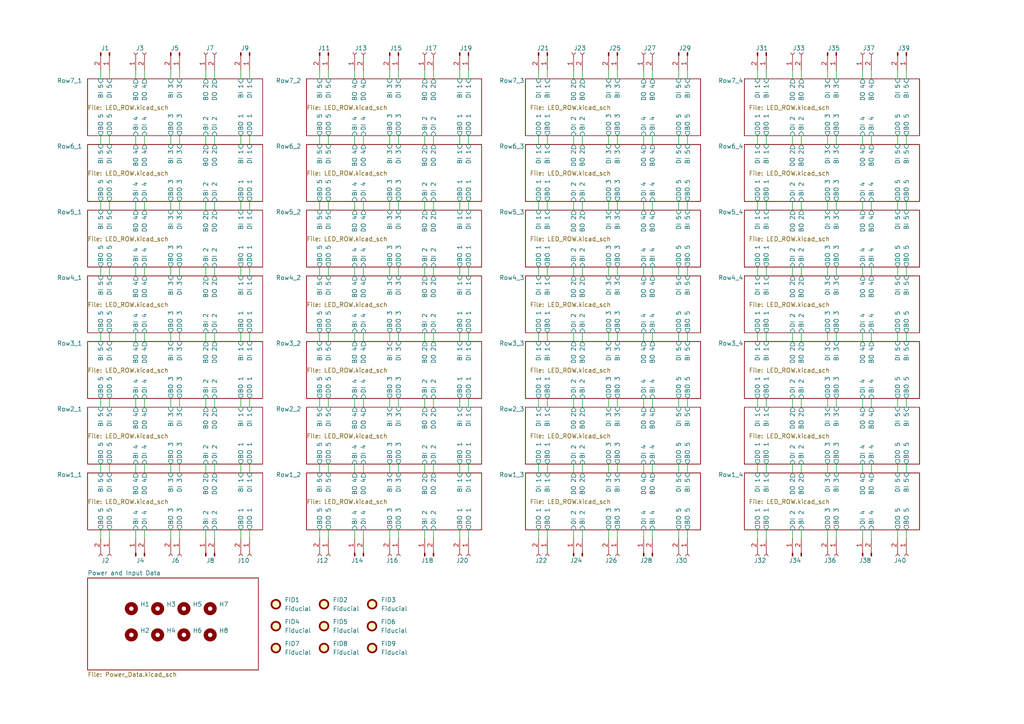
<source format=kicad_sch>
(kicad_sch (version 20230121) (generator eeschema)
  (paper "A4")
  (wire (pts (xy 240.03 153.67) (xy 240.03 156.21)))
  (wire (pts (xy 186.69 58.42) (xy 186.69 60.96)))
  (wire (pts (xy 49.53 77.47) (xy 49.53 80.01)))
  (wire (pts (xy 168.91 153.67) (xy 168.91 156.21)))
  (wire (pts (xy 229.87 153.67) (xy 229.87 156.21)))
  (wire (pts (xy 158.75 134.62) (xy 158.75 137.16)))
  (wire (pts (xy 29.21 77.47) (xy 29.21 80.01)))
  (wire (pts (xy 69.85 58.42) (xy 69.85 60.96)))
  (wire (pts (xy 72.39 96.52) (xy 72.39 99.06)))
  (wire (pts (xy 240.03 58.42) (xy 240.03 60.96)))
  (wire (pts (xy 156.21 77.47) (xy 156.21 80.01)))
  (wire (pts (xy 196.85 115.57) (xy 196.85 118.11)))
  (wire (pts (xy 252.73 153.67) (xy 252.73 156.21)))
  (wire (pts (xy 166.37 39.37) (xy 166.37 41.91)))
  (wire (pts (xy 199.39 153.67) (xy 199.39 156.21)))
  (wire (pts (xy 105.41 134.62) (xy 105.41 137.16)))
  (wire (pts (xy 158.75 96.52) (xy 158.75 99.06)))
  (wire (pts (xy 176.53 20.32) (xy 176.53 22.86)))
  (wire (pts (xy 123.19 39.37) (xy 123.19 41.91)))
  (wire (pts (xy 125.73 96.52) (xy 125.73 99.06)))
  (wire (pts (xy 133.35 58.42) (xy 133.35 60.96)))
  (wire (pts (xy 260.35 134.62) (xy 260.35 137.16)))
  (wire (pts (xy 102.87 58.42) (xy 102.87 60.96)))
  (wire (pts (xy 232.41 115.57) (xy 232.41 118.11)))
  (wire (pts (xy 125.73 153.67) (xy 125.73 156.21)))
  (wire (pts (xy 156.21 96.52) (xy 156.21 99.06)))
  (wire (pts (xy 29.21 115.57) (xy 29.21 118.11)))
  (wire (pts (xy 189.23 153.67) (xy 189.23 156.21)))
  (wire (pts (xy 59.69 153.67) (xy 59.69 156.21)))
  (wire (pts (xy 62.23 96.52) (xy 62.23 99.06)))
  (wire (pts (xy 156.21 115.57) (xy 156.21 118.11)))
  (wire (pts (xy 39.37 39.37) (xy 39.37 41.91)))
  (wire (pts (xy 52.07 77.47) (xy 52.07 80.01)))
  (wire (pts (xy 41.91 96.52) (xy 41.91 99.06)))
  (wire (pts (xy 232.41 58.42) (xy 232.41 60.96)))
  (wire (pts (xy 41.91 39.37) (xy 41.91 41.91)))
  (wire (pts (xy 242.57 77.47) (xy 242.57 80.01)))
  (wire (pts (xy 186.69 20.32) (xy 186.69 22.86)))
  (wire (pts (xy 242.57 134.62) (xy 242.57 137.16)))
  (wire (pts (xy 229.87 96.52) (xy 229.87 99.06)))
  (wire (pts (xy 186.69 115.57) (xy 186.69 118.11)))
  (wire (pts (xy 115.57 115.57) (xy 115.57 118.11)))
  (wire (pts (xy 219.71 39.37) (xy 219.71 41.91)))
  (wire (pts (xy 196.85 96.52) (xy 196.85 99.06)))
  (wire (pts (xy 229.87 39.37) (xy 229.87 41.91)))
  (wire (pts (xy 105.41 39.37) (xy 105.41 41.91)))
  (wire (pts (xy 232.41 39.37) (xy 232.41 41.91)))
  (wire (pts (xy 262.89 115.57) (xy 262.89 118.11)))
  (wire (pts (xy 59.69 115.57) (xy 59.69 118.11)))
  (wire (pts (xy 189.23 77.47) (xy 189.23 80.01)))
  (wire (pts (xy 240.03 115.57) (xy 240.03 118.11)))
  (wire (pts (xy 176.53 39.37) (xy 176.53 41.91)))
  (wire (pts (xy 189.23 20.32) (xy 189.23 22.86)))
  (wire (pts (xy 219.71 115.57) (xy 219.71 118.11)))
  (wire (pts (xy 59.69 134.62) (xy 59.69 137.16)))
  (wire (pts (xy 95.25 153.67) (xy 95.25 156.21)))
  (wire (pts (xy 219.71 58.42) (xy 219.71 60.96)))
  (wire (pts (xy 196.85 153.67) (xy 196.85 156.21)))
  (wire (pts (xy 166.37 115.57) (xy 166.37 118.11)))
  (wire (pts (xy 62.23 58.42) (xy 62.23 60.96)))
  (wire (pts (xy 252.73 20.32) (xy 252.73 22.86)))
  (wire (pts (xy 250.19 96.52) (xy 250.19 99.06)))
  (wire (pts (xy 158.75 77.47) (xy 158.75 80.01)))
  (wire (pts (xy 176.53 134.62) (xy 176.53 137.16)))
  (wire (pts (xy 123.19 134.62) (xy 123.19 137.16)))
  (wire (pts (xy 39.37 20.32) (xy 39.37 22.86)))
  (wire (pts (xy 92.71 115.57) (xy 92.71 118.11)))
  (wire (pts (xy 196.85 77.47) (xy 196.85 80.01)))
  (wire (pts (xy 115.57 134.62) (xy 115.57 137.16)))
  (wire (pts (xy 49.53 153.67) (xy 49.53 156.21)))
  (wire (pts (xy 199.39 58.42) (xy 199.39 60.96)))
  (wire (pts (xy 133.35 39.37) (xy 133.35 41.91)))
  (wire (pts (xy 92.71 153.67) (xy 92.71 156.21)))
  (wire (pts (xy 240.03 20.32) (xy 240.03 22.86)))
  (wire (pts (xy 232.41 153.67) (xy 232.41 156.21)))
  (wire (pts (xy 242.57 96.52) (xy 242.57 99.06)))
  (wire (pts (xy 252.73 39.37) (xy 252.73 41.91)))
  (wire (pts (xy 102.87 134.62) (xy 102.87 137.16)))
  (wire (pts (xy 39.37 77.47) (xy 39.37 80.01)))
  (wire (pts (xy 189.23 58.42) (xy 189.23 60.96)))
  (wire (pts (xy 156.21 153.67) (xy 156.21 156.21)))
  (wire (pts (xy 95.25 134.62) (xy 95.25 137.16)))
  (wire (pts (xy 62.23 153.67) (xy 62.23 156.21)))
  (wire (pts (xy 115.57 96.52) (xy 115.57 99.06)))
  (wire (pts (xy 69.85 153.67) (xy 69.85 156.21)))
  (wire (pts (xy 260.35 39.37) (xy 260.35 41.91)))
  (wire (pts (xy 158.75 39.37) (xy 158.75 41.91)))
  (wire (pts (xy 72.39 134.62) (xy 72.39 137.16)))
  (wire (pts (xy 252.73 77.47) (xy 252.73 80.01)))
  (wire (pts (xy 31.75 39.37) (xy 31.75 41.91)))
  (wire (pts (xy 39.37 115.57) (xy 39.37 118.11)))
  (wire (pts (xy 105.41 153.67) (xy 105.41 156.21)))
  (wire (pts (xy 29.21 39.37) (xy 29.21 41.91)))
  (wire (pts (xy 135.89 115.57) (xy 135.89 118.11)))
  (wire (pts (xy 229.87 134.62) (xy 229.87 137.16)))
  (wire (pts (xy 135.89 20.32) (xy 135.89 22.86)))
  (wire (pts (xy 115.57 153.67) (xy 115.57 156.21)))
  (wire (pts (xy 115.57 39.37) (xy 115.57 41.91)))
  (wire (pts (xy 219.71 153.67) (xy 219.71 156.21)))
  (wire (pts (xy 29.21 134.62) (xy 29.21 137.16)))
  (wire (pts (xy 166.37 77.47) (xy 166.37 80.01)))
  (wire (pts (xy 158.75 153.67) (xy 158.75 156.21)))
  (wire (pts (xy 189.23 96.52) (xy 189.23 99.06)))
  (wire (pts (xy 229.87 20.32) (xy 229.87 22.86)))
  (wire (pts (xy 72.39 58.42) (xy 72.39 60.96)))
  (wire (pts (xy 133.35 96.52) (xy 133.35 99.06)))
  (wire (pts (xy 123.19 96.52) (xy 123.19 99.06)))
  (wire (pts (xy 102.87 96.52) (xy 102.87 99.06)))
  (wire (pts (xy 229.87 77.47) (xy 229.87 80.01)))
  (wire (pts (xy 262.89 58.42) (xy 262.89 60.96)))
  (wire (pts (xy 41.91 115.57) (xy 41.91 118.11)))
  (wire (pts (xy 113.03 96.52) (xy 113.03 99.06)))
  (wire (pts (xy 222.25 39.37) (xy 222.25 41.91)))
  (wire (pts (xy 135.89 96.52) (xy 135.89 99.06)))
  (wire (pts (xy 168.91 134.62) (xy 168.91 137.16)))
  (wire (pts (xy 219.71 20.32) (xy 219.71 22.86)))
  (wire (pts (xy 69.85 39.37) (xy 69.85 41.91)))
  (wire (pts (xy 113.03 20.32) (xy 113.03 22.86)))
  (wire (pts (xy 232.41 20.32) (xy 232.41 22.86)))
  (wire (pts (xy 222.25 20.32) (xy 222.25 22.86)))
  (wire (pts (xy 158.75 58.42) (xy 158.75 60.96)))
  (wire (pts (xy 69.85 96.52) (xy 69.85 99.06)))
  (wire (pts (xy 29.21 153.67) (xy 29.21 156.21)))
  (wire (pts (xy 113.03 58.42) (xy 113.03 60.96)))
  (wire (pts (xy 31.75 58.42) (xy 31.75 60.96)))
  (wire (pts (xy 52.07 96.52) (xy 52.07 99.06)))
  (wire (pts (xy 262.89 77.47) (xy 262.89 80.01)))
  (wire (pts (xy 240.03 134.62) (xy 240.03 137.16)))
  (wire (pts (xy 168.91 39.37) (xy 168.91 41.91)))
  (wire (pts (xy 69.85 20.32) (xy 69.85 22.86)))
  (wire (pts (xy 229.87 115.57) (xy 229.87 118.11)))
  (wire (pts (xy 52.07 134.62) (xy 52.07 137.16)))
  (wire (pts (xy 125.73 58.42) (xy 125.73 60.96)))
  (wire (pts (xy 196.85 134.62) (xy 196.85 137.16)))
  (wire (pts (xy 252.73 58.42) (xy 252.73 60.96)))
  (wire (pts (xy 115.57 20.32) (xy 115.57 22.86)))
  (wire (pts (xy 199.39 39.37) (xy 199.39 41.91)))
  (wire (pts (xy 59.69 39.37) (xy 59.69 41.91)))
  (wire (pts (xy 189.23 39.37) (xy 189.23 41.91)))
  (wire (pts (xy 133.35 153.67) (xy 133.35 156.21)))
  (wire (pts (xy 59.69 96.52) (xy 59.69 99.06)))
  (wire (pts (xy 222.25 134.62) (xy 222.25 137.16)))
  (wire (pts (xy 125.73 115.57) (xy 125.73 118.11)))
  (wire (pts (xy 41.91 20.32) (xy 41.91 22.86)))
  (wire (pts (xy 189.23 115.57) (xy 189.23 118.11)))
  (wire (pts (xy 168.91 20.32) (xy 168.91 22.86)))
  (wire (pts (xy 260.35 96.52) (xy 260.35 99.06)))
  (wire (pts (xy 125.73 20.32) (xy 125.73 22.86)))
  (wire (pts (xy 260.35 20.32) (xy 260.35 22.86)))
  (wire (pts (xy 41.91 134.62) (xy 41.91 137.16)))
  (wire (pts (xy 176.53 115.57) (xy 176.53 118.11)))
  (wire (pts (xy 262.89 134.62) (xy 262.89 137.16)))
  (wire (pts (xy 166.37 96.52) (xy 166.37 99.06)))
  (wire (pts (xy 52.07 58.42) (xy 52.07 60.96)))
  (wire (pts (xy 59.69 58.42) (xy 59.69 60.96)))
  (wire (pts (xy 179.07 153.67) (xy 179.07 156.21)))
  (wire (pts (xy 59.69 77.47) (xy 59.69 80.01)))
  (wire (pts (xy 222.25 115.57) (xy 222.25 118.11)))
  (wire (pts (xy 219.71 77.47) (xy 219.71 80.01)))
  (wire (pts (xy 92.71 134.62) (xy 92.71 137.16)))
  (wire (pts (xy 186.69 153.67) (xy 186.69 156.21)))
  (wire (pts (xy 179.07 134.62) (xy 179.07 137.16)))
  (wire (pts (xy 49.53 96.52) (xy 49.53 99.06)))
  (wire (pts (xy 252.73 134.62) (xy 252.73 137.16)))
  (wire (pts (xy 123.19 153.67) (xy 123.19 156.21)))
  (wire (pts (xy 31.75 77.47) (xy 31.75 80.01)))
  (wire (pts (xy 49.53 134.62) (xy 49.53 137.16)))
  (wire (pts (xy 232.41 96.52) (xy 232.41 99.06)))
  (wire (pts (xy 250.19 58.42) (xy 250.19 60.96)))
  (wire (pts (xy 62.23 39.37) (xy 62.23 41.91)))
  (wire (pts (xy 240.03 96.52) (xy 240.03 99.06)))
  (wire (pts (xy 156.21 20.32) (xy 156.21 22.86)))
  (wire (pts (xy 252.73 96.52) (xy 252.73 99.06)))
  (wire (pts (xy 222.25 77.47) (xy 222.25 80.01)))
  (wire (pts (xy 52.07 20.32) (xy 52.07 22.86)))
  (wire (pts (xy 219.71 96.52) (xy 219.71 99.06)))
  (wire (pts (xy 156.21 58.42) (xy 156.21 60.96)))
  (wire (pts (xy 186.69 39.37) (xy 186.69 41.91)))
  (wire (pts (xy 69.85 134.62) (xy 69.85 137.16)))
  (wire (pts (xy 92.71 77.47) (xy 92.71 80.01)))
  (wire (pts (xy 222.25 58.42) (xy 222.25 60.96)))
  (wire (pts (xy 62.23 20.32) (xy 62.23 22.86)))
  (wire (pts (xy 95.25 96.52) (xy 95.25 99.06)))
  (wire (pts (xy 125.73 134.62) (xy 125.73 137.16)))
  (wire (pts (xy 113.03 115.57) (xy 113.03 118.11)))
  (wire (pts (xy 229.87 58.42) (xy 229.87 60.96)))
  (wire (pts (xy 102.87 115.57) (xy 102.87 118.11)))
  (wire (pts (xy 52.07 39.37) (xy 52.07 41.91)))
  (wire (pts (xy 166.37 20.32) (xy 166.37 22.86)))
  (wire (pts (xy 123.19 58.42) (xy 123.19 60.96)))
  (wire (pts (xy 123.19 115.57) (xy 123.19 118.11)))
  (wire (pts (xy 49.53 39.37) (xy 49.53 41.91)))
  (wire (pts (xy 102.87 39.37) (xy 102.87 41.91)))
  (wire (pts (xy 133.35 20.32) (xy 133.35 22.86)))
  (wire (pts (xy 232.41 77.47) (xy 232.41 80.01)))
  (wire (pts (xy 113.03 77.47) (xy 113.03 80.01)))
  (wire (pts (xy 135.89 39.37) (xy 135.89 41.91)))
  (wire (pts (xy 135.89 153.67) (xy 135.89 156.21)))
  (wire (pts (xy 133.35 115.57) (xy 133.35 118.11)))
  (wire (pts (xy 262.89 20.32) (xy 262.89 22.86)))
  (wire (pts (xy 158.75 20.32) (xy 158.75 22.86)))
  (wire (pts (xy 262.89 96.52) (xy 262.89 99.06)))
  (wire (pts (xy 262.89 153.67) (xy 262.89 156.21)))
  (wire (pts (xy 31.75 153.67) (xy 31.75 156.21)))
  (wire (pts (xy 92.71 20.32) (xy 92.71 22.86)))
  (wire (pts (xy 69.85 115.57) (xy 69.85 118.11)))
  (wire (pts (xy 49.53 115.57) (xy 49.53 118.11)))
  (wire (pts (xy 186.69 77.47) (xy 186.69 80.01)))
  (wire (pts (xy 222.25 153.67) (xy 222.25 156.21)))
  (wire (pts (xy 125.73 39.37) (xy 125.73 41.91)))
  (wire (pts (xy 105.41 20.32) (xy 105.41 22.86)))
  (wire (pts (xy 250.19 20.32) (xy 250.19 22.86)))
  (wire (pts (xy 168.91 96.52) (xy 168.91 99.06)))
  (wire (pts (xy 49.53 20.32) (xy 49.53 22.86)))
  (wire (pts (xy 199.39 77.47) (xy 199.39 80.01)))
  (wire (pts (xy 41.91 153.67) (xy 41.91 156.21)))
  (wire (pts (xy 133.35 77.47) (xy 133.35 80.01)))
  (wire (pts (xy 59.69 20.32) (xy 59.69 22.86)))
  (wire (pts (xy 29.21 58.42) (xy 29.21 60.96)))
  (wire (pts (xy 179.07 20.32) (xy 179.07 22.86)))
  (wire (pts (xy 113.03 134.62) (xy 113.03 137.16)))
  (wire (pts (xy 186.69 96.52) (xy 186.69 99.06)))
  (wire (pts (xy 166.37 134.62) (xy 166.37 137.16)))
  (wire (pts (xy 156.21 39.37) (xy 156.21 41.91)))
  (wire (pts (xy 199.39 134.62) (xy 199.39 137.16)))
  (wire (pts (xy 95.25 77.47) (xy 95.25 80.01)))
  (wire (pts (xy 102.87 77.47) (xy 102.87 80.01)))
  (wire (pts (xy 168.91 58.42) (xy 168.91 60.96)))
  (wire (pts (xy 69.85 77.47) (xy 69.85 80.01)))
  (wire (pts (xy 242.57 39.37) (xy 242.57 41.91)))
  (wire (pts (xy 105.41 96.52) (xy 105.41 99.06)))
  (wire (pts (xy 115.57 77.47) (xy 115.57 80.01)))
  (wire (pts (xy 158.75 115.57) (xy 158.75 118.11)))
  (wire (pts (xy 39.37 58.42) (xy 39.37 60.96)))
  (wire (pts (xy 179.07 58.42) (xy 179.07 60.96)))
  (wire (pts (xy 242.57 58.42) (xy 242.57 60.96)))
  (wire (pts (xy 252.73 115.57) (xy 252.73 118.11)))
  (wire (pts (xy 102.87 20.32) (xy 102.87 22.86)))
  (wire (pts (xy 125.73 77.47) (xy 125.73 80.01)))
  (wire (pts (xy 250.19 115.57) (xy 250.19 118.11)))
  (wire (pts (xy 242.57 153.67) (xy 242.57 156.21)))
  (wire (pts (xy 199.39 96.52) (xy 199.39 99.06)))
  (wire (pts (xy 31.75 20.32) (xy 31.75 22.86)))
  (wire (pts (xy 135.89 134.62) (xy 135.89 137.16)))
  (wire (pts (xy 199.39 115.57) (xy 199.39 118.11)))
  (wire (pts (xy 72.39 20.32) (xy 72.39 22.86)))
  (wire (pts (xy 105.41 77.47) (xy 105.41 80.01)))
  (wire (pts (xy 166.37 153.67) (xy 166.37 156.21)))
  (wire (pts (xy 39.37 153.67) (xy 39.37 156.21)))
  (wire (pts (xy 242.57 20.32) (xy 242.57 22.86)))
  (wire (pts (xy 250.19 134.62) (xy 250.19 137.16)))
  (wire (pts (xy 250.19 153.67) (xy 250.19 156.21)))
  (wire (pts (xy 219.71 134.62) (xy 219.71 137.16)))
  (wire (pts (xy 166.37 58.42) (xy 166.37 60.96)))
  (wire (pts (xy 240.03 77.47) (xy 240.03 80.01)))
  (wire (pts (xy 196.85 20.32) (xy 196.85 22.86)))
  (wire (pts (xy 72.39 39.37) (xy 72.39 41.91)))
  (wire (pts (xy 260.35 153.67) (xy 260.35 156.21)))
  (wire (pts (xy 62.23 115.57) (xy 62.23 118.11)))
  (wire (pts (xy 262.89 39.37) (xy 262.89 41.91)))
  (wire (pts (xy 176.53 96.52) (xy 176.53 99.06)))
  (wire (pts (xy 222.25 96.52) (xy 222.25 99.06)))
  (wire (pts (xy 29.21 20.32) (xy 29.21 22.86)))
  (wire (pts (xy 72.39 115.57) (xy 72.39 118.11)))
  (wire (pts (xy 62.23 77.47) (xy 62.23 80.01)))
  (wire (pts (xy 135.89 58.42) (xy 135.89 60.96)))
  (wire (pts (xy 92.71 39.37) (xy 92.71 41.91)))
  (wire (pts (xy 176.53 77.47) (xy 176.53 80.01)))
  (wire (pts (xy 31.75 134.62) (xy 31.75 137.16)))
  (wire (pts (xy 179.07 39.37) (xy 179.07 41.91)))
  (wire (pts (xy 156.21 134.62) (xy 156.21 137.16)))
  (wire (pts (xy 95.25 58.42) (xy 95.25 60.96)))
  (wire (pts (xy 29.21 96.52) (xy 29.21 99.06)))
  (wire (pts (xy 260.35 77.47) (xy 260.35 80.01)))
  (wire (pts (xy 113.03 39.37) (xy 113.03 41.91)))
  (wire (pts (xy 49.53 58.42) (xy 49.53 60.96)))
  (wire (pts (xy 52.07 153.67) (xy 52.07 156.21)))
  (wire (pts (xy 41.91 58.42) (xy 41.91 60.96)))
  (wire (pts (xy 39.37 96.52) (xy 39.37 99.06)))
  (wire (pts (xy 196.85 39.37) (xy 196.85 41.91)))
  (wire (pts (xy 176.53 58.42) (xy 176.53 60.96)))
  (wire (pts (xy 260.35 58.42) (xy 260.35 60.96)))
  (wire (pts (xy 105.41 58.42) (xy 105.41 60.96)))
  (wire (pts (xy 250.19 77.47) (xy 250.19 80.01)))
  (wire (pts (xy 179.07 77.47) (xy 179.07 80.01)))
  (wire (pts (xy 105.41 115.57) (xy 105.41 118.11)))
  (wire (pts (xy 52.07 115.57) (xy 52.07 118.11)))
  (wire (pts (xy 232.41 134.62) (xy 232.41 137.16)))
  (wire (pts (xy 168.91 77.47) (xy 168.91 80.01)))
  (wire (pts (xy 72.39 153.67) (xy 72.39 156.21)))
  (wire (pts (xy 102.87 153.67) (xy 102.87 156.21)))
  (wire (pts (xy 135.89 77.47) (xy 135.89 80.01)))
  (wire (pts (xy 196.85 58.42) (xy 196.85 60.96)))
  (wire (pts (xy 113.03 153.67) (xy 113.03 156.21)))
  (wire (pts (xy 240.03 39.37) (xy 240.03 41.91)))
  (wire (pts (xy 92.71 58.42) (xy 92.71 60.96)))
  (wire (pts (xy 168.91 115.57) (xy 168.91 118.11)))
  (wire (pts (xy 41.91 77.47) (xy 41.91 80.01)))
  (wire (pts (xy 260.35 115.57) (xy 260.35 118.11)))
  (wire (pts (xy 31.75 96.52) (xy 31.75 99.06)))
  (wire (pts (xy 199.39 20.32) (xy 199.39 22.86)))
  (wire (pts (xy 123.19 20.32) (xy 123.19 22.86)))
  (wire (pts (xy 186.69 134.62) (xy 186.69 137.16)))
  (wire (pts (xy 72.39 77.47) (xy 72.39 80.01)))
  (wire (pts (xy 250.19 39.37) (xy 250.19 41.91)))
  (wire (pts (xy 133.35 134.62) (xy 133.35 137.16)))
  (wire (pts (xy 95.25 115.57) (xy 95.25 118.11)))
  (wire (pts (xy 115.57 58.42) (xy 115.57 60.96)))
  (wire (pts (xy 179.07 115.57) (xy 179.07 118.11)))
  (wire (pts (xy 179.07 96.52) (xy 179.07 99.06)))
  (wire (pts (xy 39.37 134.62) (xy 39.37 137.16)))
  (wire (pts (xy 123.19 77.47) (xy 123.19 80.01)))
  (wire (pts (xy 189.23 134.62) (xy 189.23 137.16)))
  (wire (pts (xy 95.25 20.32) (xy 95.25 22.86)))
  (wire (pts (xy 242.57 115.57) (xy 242.57 118.11)))
  (wire (pts (xy 92.71 96.52) (xy 92.71 99.06)))
  (wire (pts (xy 95.25 39.37) (xy 95.25 41.91)))
  (wire (pts (xy 176.53 153.67) (xy 176.53 156.21)))
  (wire (pts (xy 62.23 134.62) (xy 62.23 137.16)))
  (wire (pts (xy 31.75 115.57) (xy 31.75 118.11)))
  (symbol (lib_id "Connector:Conn_01x02_Socket") (at 135.89 161.29 270) (unit 1)
    (property "Reference" "J20" (at 135.89 162.56 90) (effects (justify right)))
    (property "Value" "Conn_01x02_Socket" (effects hide))
    (property "Footprint" "Dustins_Footprints:Snowboard_Flex_Solder_Pad" (effects hide))
  )
  (symbol (lib_id "Connector:Conn_01x02_Pin") (at 72.39 15.24 270) (unit 1)
    (property "Reference" "J9" (at 69.85 13.97 90) (effects (justify left)))
    (property "Value" "Conn_01x02_Pin" (effects hide))
    (property "Footprint" "Dustins_Footprints:Snowboard_Flex_Solder_Pad" (effects hide))
  )
  (symbol (lib_id "Mechanical:Fiducial") (at 107.95 187.96 0) (unit 1)
    (property "Reference" "FID9" (at 110.49 186.69 0) (effects (justify left)))
    (property "Value" "Fiducial" (at 110.49 189.23 0) (effects (justify left)))
    (property "Footprint" "Fiducial:Fiducial_1.5mm_Mask3mm" (effects hide))
  )
  (symbol (lib_id "Connector:Conn_01x02_Socket") (at 123.19 15.24 90) (unit 1)
    (property "Reference" "J17" (at 123.19 13.97 90) (effects (justify right)))
    (property "Value" "Conn_01x02_Socket" (effects hide))
    (property "Footprint" "Dustins_Footprints:Snowboard_Flex_Solder_Pad" (effects hide))
  )
  (symbol (lib_id "Mechanical:MountingHole") (at 53.34 176.53 0) (unit 1)
    (property "Reference" "H5" (at 55.88 175.26 0) (effects (justify left)))
    (property "Value" "MountingHole" (effects hide))
    (property "Footprint" "Dustins_Footprints:4mm Solder Pad" (effects hide))
  )
  (symbol (lib_id "Connector:Conn_01x02_Socket") (at 72.39 161.29 270) (unit 1)
    (property "Reference" "J10" (at 72.39 162.56 90) (effects (justify right)))
    (property "Value" "Conn_01x02_Socket" (effects hide))
    (property "Footprint" "Dustins_Footprints:Snowboard_Flex_Solder_Pad" (effects hide))
  )
  (symbol (lib_id "Mechanical:MountingHole") (at 45.72 184.15 0) (unit 1)
    (property "Reference" "H4" (at 48.26 182.88 0) (effects (justify left)))
    (property "Value" "MountingHole" (effects hide))
    (property "Footprint" "Dustins_Footprints:4mm Solder Pad" (effects hide))
  )
  (symbol (lib_id "Connector:Conn_01x02_Socket") (at 59.69 15.24 90) (unit 1)
    (property "Reference" "J7" (at 59.69 13.97 90) (effects (justify right)))
    (property "Value" "Conn_01x02_Socket" (effects hide))
    (property "Footprint" "Dustins_Footprints:Snowboard_Flex_Solder_Pad" (effects hide))
  )
  (symbol (lib_id "Connector:Conn_01x02_Socket") (at 262.89 161.29 270) (unit 1)
    (property "Reference" "J40" (at 262.89 162.56 90) (effects (justify right)))
    (property "Value" "Conn_01x02_Socket" (effects hide))
    (property "Footprint" "Dustins_Footprints:Snowboard_Flex_Solder_Pad" (effects hide))
  )
  (symbol (lib_id "Mechanical:Fiducial") (at 93.98 181.61 0) (unit 1)
    (property "Reference" "FID5" (at 96.52 180.34 0) (effects (justify left)))
    (property "Value" "Fiducial" (at 96.52 182.88 0) (effects (justify left)))
    (property "Footprint" "Fiducial:Fiducial_1.5mm_Mask3mm" (effects hide))
  )
  (symbol (lib_id "Connector:Conn_01x02_Pin") (at 59.69 161.29 90) (unit 1)
    (property "Reference" "J8" (at 62.23 162.56 90) (effects (justify left)))
    (property "Value" "Conn_01x02_Pin" (effects hide))
    (property "Footprint" "Dustins_Footprints:Snowboard_Flex_Solder_Pad" (effects hide))
  )
  (symbol (lib_id "Connector:Conn_01x02_Pin") (at 39.37 161.29 90) (unit 1)
    (property "Reference" "J4" (at 41.91 162.56 90) (effects (justify left)))
    (property "Value" "Conn_01x02_Pin" (effects hide))
    (property "Footprint" "Dustins_Footprints:Snowboard_Flex_Solder_Pad" (effects hide))
  )
  (symbol (lib_id "Connector:Conn_01x02_Socket") (at 229.87 15.24 90) (unit 1)
    (property "Reference" "J33" (at 229.87 13.97 90) (effects (justify right)))
    (property "Value" "Conn_01x02_Socket" (effects hide))
    (property "Footprint" "Dustins_Footprints:Snowboard_Flex_Solder_Pad" (effects hide))
  )
  (symbol (lib_id "Connector:Conn_01x02_Socket") (at 250.19 15.24 90) (unit 1)
    (property "Reference" "J37" (at 250.19 13.97 90) (effects (justify right)))
    (property "Value" "Conn_01x02_Socket" (effects hide))
    (property "Footprint" "Dustins_Footprints:Snowboard_Flex_Solder_Pad" (effects hide))
  )
  (symbol (lib_id "Connector:Conn_01x02_Socket") (at 179.07 161.29 270) (unit 1)
    (property "Reference" "J26" (at 179.07 162.56 90) (effects (justify right)))
    (property "Value" "Conn_01x02_Socket" (effects hide))
    (property "Footprint" "Dustins_Footprints:Snowboard_Flex_Solder_Pad" (effects hide))
  )
  (symbol (lib_id "Connector:Conn_01x02_Socket") (at 242.57 161.29 270) (unit 1)
    (property "Reference" "J36" (at 242.57 162.56 90) (effects (justify right)))
    (property "Value" "Conn_01x02_Socket" (effects hide))
    (property "Footprint" "Dustins_Footprints:Snowboard_Flex_Solder_Pad" (effects hide))
  )
  (symbol (lib_id "Mechanical:MountingHole") (at 60.96 184.15 0) (unit 1)
    (property "Reference" "H8" (at 63.5 182.88 0) (effects (justify left)))
    (property "Value" "MountingHole" (effects hide))
    (property "Footprint" "Dustins_Footprints:4mm Solder Pad" (effects hide))
  )
  (symbol (lib_id "Mechanical:MountingHole") (at 38.1 184.15 0) (unit 1)
    (property "Reference" "H2" (at 40.64 182.88 0) (effects (justify left)))
    (property "Value" "MountingHole" (effects hide))
    (property "Footprint" "Dustins_Footprints:4mm Solder Pad" (effects hide))
  )
  (symbol (lib_id "Connector:Conn_01x02_Socket") (at 95.25 161.29 270) (unit 1)
    (property "Reference" "J12" (at 95.25 162.56 90) (effects (justify right)))
    (property "Value" "Conn_01x02_Socket" (effects hide))
    (property "Footprint" "Dustins_Footprints:Snowboard_Flex_Solder_Pad" (effects hide))
  )
  (symbol (lib_id "Mechanical:Fiducial") (at 80.01 175.26 0) (unit 1)
    (property "Reference" "FID1" (at 82.55 173.99 0) (effects (justify left)))
    (property "Value" "Fiducial" (at 82.55 176.53 0) (effects (justify left)))
    (property "Footprint" "Fiducial:Fiducial_1.5mm_Mask3mm" (effects hide))
  )
  (symbol (lib_id "Connector:Conn_01x02_Pin") (at 52.07 15.24 270) (unit 1)
    (property "Reference" "J5" (at 49.53 13.97 90) (effects (justify left)))
    (property "Value" "Conn_01x02_Pin" (effects hide))
    (property "Footprint" "Dustins_Footprints:Snowboard_Flex_Solder_Pad" (effects hide))
  )
  (symbol (lib_id "Connector:Conn_01x02_Socket") (at 39.37 15.24 90) (unit 1)
    (property "Reference" "J3" (at 39.37 13.97 90) (effects (justify right)))
    (property "Value" "Conn_01x02_Socket" (effects hide))
    (property "Footprint" "Dustins_Footprints:Snowboard_Flex_Solder_Pad" (effects hide))
  )
  (symbol (lib_id "Connector:Conn_01x02_Socket") (at 199.39 161.29 270) (unit 1)
    (property "Reference" "J30" (at 199.39 162.56 90) (effects (justify right)))
    (property "Value" "Conn_01x02_Socket" (effects hide))
    (property "Footprint" "Dustins_Footprints:Snowboard_Flex_Solder_Pad" (effects hide))
  )
  (symbol (lib_id "Connector:Conn_01x02_Pin") (at 186.69 161.29 90) (unit 1)
    (property "Reference" "J28" (at 189.23 162.56 90) (effects (justify left)))
    (property "Value" "Conn_01x02_Pin" (effects hide))
    (property "Footprint" "Dustins_Footprints:Snowboard_Flex_Solder_Pad" (effects hide))
  )
  (symbol (lib_id "Connector:Conn_01x02_Pin") (at 95.25 15.24 270) (unit 1)
    (property "Reference" "J11" (at 93.98 13.97 90))
    (property "Value" "Conn_01x02_Pin" (effects hide))
    (property "Footprint" "Dustins_Footprints:Snowboard_Flex_Solder_Pad" (effects hide))
  )
  (symbol (lib_id "Connector:Conn_01x02_Pin") (at 135.89 15.24 270) (unit 1)
    (property "Reference" "J19" (at 133.35 13.97 90) (effects (justify left)))
    (property "Value" "Conn_01x02_Pin" (effects hide))
    (property "Footprint" "Dustins_Footprints:Snowboard_Flex_Solder_Pad" (effects hide))
  )
  (symbol (lib_id "Connector:Conn_01x02_Socket") (at 115.57 161.29 270) (unit 1)
    (property "Reference" "J16" (at 115.57 162.56 90) (effects (justify right)))
    (property "Value" "Conn_01x02_Socket" (effects hide))
    (property "Footprint" "Dustins_Footprints:Snowboard_Flex_Solder_Pad" (effects hide))
  )
  (symbol (lib_id "Mechanical:MountingHole") (at 60.96 176.53 0) (unit 1)
    (property "Reference" "H7" (at 63.5 175.26 0) (effects (justify left)))
    (property "Value" "MountingHole" (effects hide))
    (property "Footprint" "Dustins_Footprints:4mm Solder Pad" (effects hide))
  )
  (symbol (lib_id "Mechanical:Fiducial") (at 80.01 181.61 0) (unit 1)
    (property "Reference" "FID4" (at 82.55 180.34 0) (effects (justify left)))
    (property "Value" "Fiducial" (at 82.55 182.88 0) (effects (justify left)))
    (property "Footprint" "Fiducial:Fiducial_1.5mm_Mask3mm" (effects hide))
  )
  (symbol (lib_id "Connector:Conn_01x02_Pin") (at 166.37 161.29 90) (unit 1)
    (property "Reference" "J24" (at 168.91 162.56 90) (effects (justify left)))
    (property "Value" "Conn_01x02_Pin" (effects hide))
    (property "Footprint" "Dustins_Footprints:Snowboard_Flex_Solder_Pad" (effects hide))
  )
  (symbol (lib_id "Mechanical:Fiducial") (at 93.98 175.26 0) (unit 1)
    (property "Reference" "FID2" (at 96.52 173.99 0) (effects (justify left)))
    (property "Value" "Fiducial" (at 96.52 176.53 0) (effects (justify left)))
    (property "Footprint" "Fiducial:Fiducial_1.5mm_Mask3mm" (effects hide))
  )
  (symbol (lib_id "Connector:Conn_01x02_Pin") (at 229.87 161.29 90) (unit 1)
    (property "Reference" "J34" (at 232.41 162.56 90) (effects (justify left)))
    (property "Value" "Conn_01x02_Pin" (effects hide))
    (property "Footprint" "Dustins_Footprints:Snowboard_Flex_Solder_Pad" (effects hide))
  )
  (symbol (lib_id "Connector:Conn_01x02_Pin") (at 199.39 15.24 270) (unit 1)
    (property "Reference" "J29" (at 196.85 13.97 90) (effects (justify left)))
    (property "Value" "Conn_01x02_Pin" (effects hide))
    (property "Footprint" "Dustins_Footprints:Snowboard_Flex_Solder_Pad" (effects hide))
  )
  (symbol (lib_id "Connector:Conn_01x02_Socket") (at 102.87 15.24 90) (unit 1)
    (property "Reference" "J13" (at 102.87 13.97 90) (effects (justify right)))
    (property "Value" "Conn_01x02_Socket" (effects hide))
    (property "Footprint" "Dustins_Footprints:Snowboard_Flex_Solder_Pad" (effects hide))
  )
  (symbol (lib_id "Connector:Conn_01x02_Pin") (at 115.57 15.24 270) (unit 1)
    (property "Reference" "J15" (at 113.03 13.97 90) (effects (justify left)))
    (property "Value" "Conn_01x02_Pin" (effects hide))
    (property "Footprint" "Dustins_Footprints:Snowboard_Flex_Solder_Pad" (effects hide))
  )
  (symbol (lib_id "Connector:Conn_01x02_Socket") (at 186.69 15.24 90) (unit 1)
    (property "Reference" "J27" (at 186.69 13.97 90) (effects (justify right)))
    (property "Value" "Conn_01x02_Socket" (effects hide))
    (property "Footprint" "Dustins_Footprints:Snowboard_Flex_Solder_Pad" (effects hide))
  )
  (symbol (lib_id "Connector:Conn_01x02_Socket") (at 166.37 15.24 90) (unit 1)
    (property "Reference" "J23" (at 166.37 13.97 90) (effects (justify right)))
    (property "Value" "Conn_01x02_Socket" (effects hide))
    (property "Footprint" "Dustins_Footprints:Snowboard_Flex_Solder_Pad" (effects hide))
  )
  (symbol (lib_id "Mechanical:Fiducial") (at 93.98 187.96 0) (unit 1)
    (property "Reference" "FID8" (at 96.52 186.69 0) (effects (justify left)))
    (property "Value" "Fiducial" (at 96.52 189.23 0) (effects (justify left)))
    (property "Footprint" "Fiducial:Fiducial_1.5mm_Mask3mm" (effects hide))
  )
  (symbol (lib_id "Connector:Conn_01x02_Pin") (at 123.19 161.29 90) (unit 1)
    (property "Reference" "J18" (at 125.73 162.56 90) (effects (justify left)))
    (property "Value" "Conn_01x02_Pin" (effects hide))
    (property "Footprint" "Dustins_Footprints:Snowboard_Flex_Solder_Pad" (effects hide))
  )
  (symbol (lib_id "Connector:Conn_01x02_Socket") (at 158.75 161.29 270) (unit 1)
    (property "Reference" "J22" (at 158.75 162.56 90) (effects (justify right)))
    (property "Value" "Conn_01x02_Socket" (effects hide))
    (property "Footprint" "Dustins_Footprints:Snowboard_Flex_Solder_Pad" (effects hide))
  )
  (symbol (lib_id "Mechanical:MountingHole") (at 53.34 184.15 0) (unit 1)
    (property "Reference" "H6" (at 55.88 182.88 0) (effects (justify left)))
    (property "Value" "MountingHole" (effects hide))
    (property "Footprint" "Dustins_Footprints:4mm Solder Pad" (effects hide))
  )
  (symbol (lib_id "Connector:Conn_01x02_Socket") (at 31.75 161.29 270) (unit 1)
    (property "Reference" "J2" (at 31.75 162.56 90) (effects (justify right)))
    (property "Value" "Conn_01x02_Socket" (effects hide))
    (property "Footprint" "Dustins_Footprints:Snowboard_Flex_Solder_Pad" (effects hide))
  )
  (symbol (lib_id "Connector:Conn_01x02_Pin") (at 222.25 15.24 270) (unit 1)
    (property "Reference" "J31" (at 220.98 13.97 90))
    (property "Value" "Conn_01x02_Pin" (effects hide))
    (property "Footprint" "Dustins_Footprints:Snowboard_Flex_Solder_Pad" (effects hide))
  )
  (symbol (lib_id "Connector:Conn_01x02_Pin") (at 242.57 15.24 270) (unit 1)
    (property "Reference" "J35" (at 240.03 13.97 90) (effects (justify left)))
    (property "Value" "Conn_01x02_Pin" (effects hide))
    (property "Footprint" "Dustins_Footprints:Snowboard_Flex_Solder_Pad" (effects hide))
  )
  (symbol (lib_id "Mechanical:Fiducial") (at 107.8867 181.6207 0) (unit 1)
    (property "Reference" "FID6" (at 110.4267 180.3507 0) (effects (justify left)))
    (property "Value" "Fiducial" (at 110.4267 182.8907 0) (effects (justify left)))
    (property "Footprint" "Fiducial:Fiducial_1.5mm_Mask3mm" (effects hide))
  )
  (symbol (lib_id "Connector:Conn_01x02_Socket") (at 52.07 161.29 270) (unit 1)
    (property "Reference" "J6" (at 52.07 162.56 90) (effects (justify right)))
    (property "Value" "Conn_01x02_Socket" (effects hide))
    (property "Footprint" "Dustins_Footprints:Snowboard_Flex_Solder_Pad" (effects hide))
  )
  (symbol (lib_id "Mechanical:MountingHole") (at 45.72 176.53 0) (unit 1)
    (property "Reference" "H3" (at 48.26 175.26 0) (effects (justify left)))
    (property "Value" "MountingHole" (effects hide))
    (property "Footprint" "Dustins_Footprints:4mm Solder Pad" (effects hide))
  )
  (symbol (lib_id "Connector:Conn_01x02_Pin") (at 31.75 15.24 270) (unit 1)
    (property "Reference" "J1" (at 30.48 13.97 90))
    (property "Value" "Conn_01x02_Pin" (effects hide))
    (property "Footprint" "Dustins_Footprints:Snowboard_Flex_Solder_Pad" (effects hide))
  )
  (symbol (lib_id "Mechanical:Fiducial") (at 80.01 187.96 0) (unit 1)
    (property "Reference" "FID7" (at 82.55 186.69 0) (effects (justify left)))
    (property "Value" "Fiducial" (at 82.55 189.23 0) (effects (justify left)))
    (property "Footprint" "Fiducial:Fiducial_1.5mm_Mask3mm" (effects hide))
  )
  (symbol (lib_id "Mechanical:Fiducial") (at 107.95 175.26 0) (unit 1)
    (property "Reference" "FID3" (at 110.49 173.99 0) (effects (justify left)))
    (property "Value" "Fiducial" (at 110.49 176.53 0) (effects (justify left)))
    (property "Footprint" "Fiducial:Fiducial_1.5mm_Mask3mm" (effects hide))
  )
  (symbol (lib_id "Connector:Conn_01x02_Pin") (at 102.87 161.29 90) (unit 1)
    (property "Reference" "J14" (at 105.41 162.56 90) (effects (justify left)))
    (property "Value" "Conn_01x02_Pin" (effects hide))
    (property "Footprint" "Dustins_Footprints:Snowboard_Flex_Solder_Pad" (effects hide))
  )
  (symbol (lib_id "Mechanical:MountingHole") (at 38.1 176.53 0) (unit 1)
    (property "Reference" "H1" (at 40.64 175.26 0) (effects (justify left)))
    (property "Value" "MountingHole" (effects hide))
    (property "Footprint" "Dustins_Footprints:4mm Solder Pad" (effects hide))
  )
  (symbol (lib_id "Connector:Conn_01x02_Socket") (at 222.25 161.29 270) (unit 1)
    (property "Reference" "J32" (at 222.25 162.56 90) (effects (justify right)))
    (property "Value" "Conn_01x02_Socket" (effects hide))
    (property "Footprint" "Dustins_Footprints:Snowboard_Flex_Solder_Pad" (effects hide))
  )
  (symbol (lib_id "Connector:Conn_01x02_Pin") (at 158.75 15.24 270) (unit 1)
    (property "Reference" "J21" (at 157.48 13.97 90))
    (property "Value" "Conn_01x02_Pin" (effects hide))
    (property "Footprint" "Dustins_Footprints:Snowboard_Flex_Solder_Pad" (effects hide))
  )
  (symbol (lib_id "Connector:Conn_01x02_Pin") (at 262.89 15.24 270) (unit 1)
    (property "Reference" "J39" (at 260.35 13.97 90) (effects (justify left)))
    (property "Value" "Conn_01x02_Pin" (effects hide))
    (property "Footprint" "Dustins_Footprints:Snowboard_Flex_Solder_Pad" (effects hide))
  )
  (symbol (lib_id "Connector:Conn_01x02_Pin") (at 179.07 15.24 270) (unit 1)
    (property "Reference" "J25" (at 176.53 13.97 90) (effects (justify left)))
    (property "Value" "Conn_01x02_Pin" (effects hide))
    (property "Footprint" "Dustins_Footprints:Snowboard_Flex_Solder_Pad" (effects hide))
  )
  (symbol (lib_id "Connector:Conn_01x02_Pin") (at 250.19 161.29 90) (unit 1)
    (property "Reference" "J38" (at 252.73 162.56 90) (effects (justify left)))
    (property "Value" "Conn_01x02_Pin" (effects hide))
    (property "Footprint" "Dustins_Footprints:Snowboard_Flex_Solder_Pad" (effects hide))
  )
  (sheet (at 152.4 60.96) (size 50.8 16.51) (stroke (width 0.1524))
    (property "Sheetname" "Row5_3" (at 144.78 62.23 0) (effects (justify left bottom)))
    (property "Sheetfile" "LED_ROW.kicad_sch" (at 153.67 68.58 0) (effects (justify left top)))
    (pin "DI 5" input (at 196.85 60.96 90))
    (pin "BI 5" input (at 199.39 60.96 90))
    (pin "DI 2" input (at 166.37 77.47 270))
    (pin "BI 2" input (at 168.91 77.47 270))
    (pin "DO 3" output (at 176.53 77.47 270))
    (pin "BO 3" output (at 179.07 77.47 270))
    (pin "DO 5" output (at 196.85 77.47 270))
    (pin "BO 5" output (at 199.39 77.47 270))
    (pin "BI 4" input (at 189.23 77.47 270))
    (pin "DI 4" input (at 186.69 77.47 270))
    (pin "DO 1" output (at 156.21 77.47 270))
    (pin "BO 1" output (at 158.75 77.47 270))
    (pin "BI 1" input (at 158.75 60.96 90))
    (pin "DI 1" input (at 156.21 60.96 90))
    (pin "BO 2" output (at 168.91 60.96 90))
    (pin "DO 2" output (at 166.37 60.96 90))
    (pin "DI 3" input (at 176.53 60.96 90))
    (pin "BI 3" input (at 179.07 60.96 90))
    (pin "BO 4" output (at 189.23 60.96 90))
    (pin "DO 4" output (at 186.69 60.96 90))
  )
  (sheet (at 25.4 60.96) (size 50.8 16.51) (stroke (width 0.1524))
    (property "Sheetname" "Row5_1" (at 16.51 62.23 0) (effects (justify left bottom)))
    (property "Sheetfile" "LED_ROW.kicad_sch" (at 25.4 68.58 0) (effects (justify left top)))
    (pin "DI 5" input (at 31.75 60.96 90))
    (pin "BI 5" input (at 29.21 60.96 90))
    (pin "DI 2" input (at 62.23 77.47 270))
    (pin "BI 2" input (at 59.69 77.47 270))
    (pin "DO 3" output (at 52.07 77.47 270))
    (pin "BO 3" output (at 49.53 77.47 270))
    (pin "DO 5" output (at 31.75 77.47 270))
    (pin "BO 5" output (at 29.21 77.47 270))
    (pin "BI 4" input (at 39.37 77.47 270))
    (pin "DI 4" input (at 41.91 77.47 270))
    (pin "DO 1" output (at 72.39 77.47 270))
    (pin "BO 1" output (at 69.85 77.47 270))
    (pin "BI 1" input (at 69.85 60.96 90))
    (pin "DI 1" input (at 72.39 60.96 90))
    (pin "BO 2" output (at 59.69 60.96 90))
    (pin "DO 2" output (at 62.23 60.96 90))
    (pin "DI 3" input (at 52.07 60.96 90))
    (pin "BI 3" input (at 49.53 60.96 90))
    (pin "BO 4" output (at 39.37 60.96 90))
    (pin "DO 4" output (at 41.91 60.96 90))
  )
  (sheet (at 152.4 41.91) (size 50.8 16.51) (stroke (width 0.1524))
    (property "Sheetname" "Row6_3" (at 144.78 43.18 0) (effects (justify left bottom)))
    (property "Sheetfile" "LED_ROW.kicad_sch" (at 153.67 49.53 0) (effects (justify left top)))
    (pin "DI 5" input (at 196.85 41.91 90))
    (pin "BI 5" input (at 199.39 41.91 90))
    (pin "DI 2" input (at 166.37 58.42 270))
    (pin "BI 2" input (at 168.91 58.42 270))
    (pin "DO 3" output (at 176.53 58.42 270))
    (pin "BO 3" output (at 179.07 58.42 270))
    (pin "DO 5" output (at 196.85 58.42 270))
    (pin "BO 5" output (at 199.39 58.42 270))
    (pin "BI 4" input (at 189.23 58.42 270))
    (pin "DI 4" input (at 186.69 58.42 270))
    (pin "DO 1" output (at 156.21 58.42 270))
    (pin "BO 1" output (at 158.75 58.42 270))
    (pin "BI 1" input (at 158.75 41.91 90))
    (pin "DI 1" input (at 156.21 41.91 90))
    (pin "BO 2" output (at 168.91 41.91 90))
    (pin "DO 2" output (at 166.37 41.91 90))
    (pin "DI 3" input (at 176.53 41.91 90))
    (pin "BI 3" input (at 179.07 41.91 90))
    (pin "BO 4" output (at 189.23 41.91 90))
    (pin "DO 4" output (at 186.69 41.91 90))
  )
  (sheet (at 88.9 137.16) (size 50.8 16.51) (stroke (width 0.1524))
    (property "Sheetname" "Row1_2" (at 80.01 138.43 0) (effects (justify left bottom)))
    (property "Sheetfile" "LED_ROW.kicad_sch" (at 88.9 144.78 0) (effects (justify left top)))
    (pin "DI 5" input (at 95.25 137.16 90))
    (pin "BI 5" input (at 92.71 137.16 90))
    (pin "DI 2" input (at 125.73 153.67 270))
    (pin "BI 2" input (at 123.19 153.67 270))
    (pin "DO 3" output (at 115.57 153.67 270))
    (pin "BO 3" output (at 113.03 153.67 270))
    (pin "DO 5" output (at 95.25 153.67 270))
    (pin "BO 5" output (at 92.71 153.67 270))
    (pin "BI 4" input (at 102.87 153.67 270))
    (pin "DI 4" input (at 105.41 153.67 270))
    (pin "DO 1" output (at 135.89 153.67 270))
    (pin "BO 1" output (at 133.35 153.67 270))
    (pin "BI 1" input (at 133.35 137.16 90))
    (pin "DI 1" input (at 135.89 137.16 90))
    (pin "BO 2" output (at 123.19 137.16 90))
    (pin "DO 2" output (at 125.73 137.16 90))
    (pin "DI 3" input (at 115.57 137.16 90))
    (pin "BI 3" input (at 113.03 137.16 90))
    (pin "BO 4" output (at 102.87 137.16 90))
    (pin "DO 4" output (at 105.41 137.16 90))
  )
  (sheet (at 25.4 22.86) (size 50.8 16.51) (stroke (width 0.1524))
    (property "Sheetname" "Row7_1" (at 16.51 24.13 0) (effects (justify left bottom)))
    (property "Sheetfile" "LED_ROW.kicad_sch" (at 25.4 30.48 0) (effects (justify left top)))
    (pin "DI 5" input (at 31.75 22.86 90))
    (pin "BI 5" input (at 29.21 22.86 90))
    (pin "DI 2" input (at 62.23 39.37 270))
    (pin "BI 2" input (at 59.69 39.37 270))
    (pin "DO 3" output (at 52.07 39.37 270))
    (pin "BO 3" output (at 49.53 39.37 270))
    (pin "DO 5" output (at 31.75 39.37 270))
    (pin "BO 5" output (at 29.21 39.37 270))
    (pin "BI 4" input (at 39.37 39.37 270))
    (pin "DI 4" input (at 41.91 39.37 270))
    (pin "DO 1" output (at 72.39 39.37 270))
    (pin "BO 1" output (at 69.85 39.37 270))
    (pin "BI 1" input (at 69.85 22.86 90))
    (pin "DI 1" input (at 72.39 22.86 90))
    (pin "BO 2" output (at 59.69 22.86 90))
    (pin "DO 2" output (at 62.23 22.86 90))
    (pin "DI 3" input (at 52.07 22.86 90))
    (pin "BI 3" input (at 49.53 22.86 90))
    (pin "DO 4" output (at 41.91 22.86 90))
    (pin "BO 4" output (at 39.37 22.86 90))
  )
  (sheet (at 215.9 41.91) (size 50.8 16.51) (stroke (width 0.1524))
    (property "Sheetname" "Row6_4" (at 208.28 43.18 0) (effects (justify left bottom)))
    (property "Sheetfile" "LED_ROW.kicad_sch" (at 217.17 49.53 0) (effects (justify left top)))
    (pin "DI 5" input (at 260.35 41.91 90))
    (pin "BI 5" input (at 262.89 41.91 90))
    (pin "DI 2" input (at 229.87 58.42 270))
    (pin "BI 2" input (at 232.41 58.42 270))
    (pin "DO 3" output (at 240.03 58.42 270))
    (pin "BO 3" output (at 242.57 58.42 270))
    (pin "DO 5" output (at 260.35 58.42 270))
    (pin "BO 5" output (at 262.89 58.42 270))
    (pin "BI 4" input (at 252.73 58.42 270))
    (pin "DI 4" input (at 250.19 58.42 270))
    (pin "DO 1" output (at 219.71 58.42 270))
    (pin "BO 1" output (at 222.25 58.42 270))
    (pin "BI 1" input (at 222.25 41.91 90))
    (pin "DI 1" input (at 219.71 41.91 90))
    (pin "BO 2" output (at 232.41 41.91 90))
    (pin "DO 2" output (at 229.87 41.91 90))
    (pin "DI 3" input (at 240.03 41.91 90))
    (pin "BI 3" input (at 242.57 41.91 90))
    (pin "BO 4" output (at 252.73 41.91 90))
    (pin "DO 4" output (at 250.19 41.91 90))
  )
  (sheet (at 152.4 22.86) (size 50.8 16.51) (stroke (width 0.1524))
    (property "Sheetname" "Row7_3" (at 144.78 24.13 0) (effects (justify left bottom)))
    (property "Sheetfile" "LED_ROW.kicad_sch" (at 153.67 30.48 0) (effects (justify left top)))
    (pin "DI 5" input (at 196.85 22.86 90))
    (pin "BI 5" input (at 199.39 22.86 90))
    (pin "DI 2" input (at 166.37 39.37 270))
    (pin "BI 2" input (at 168.91 39.37 270))
    (pin "DO 3" output (at 176.53 39.37 270))
    (pin "BO 3" output (at 179.07 39.37 270))
    (pin "DO 5" output (at 196.85 39.37 270))
    (pin "BO 5" output (at 199.39 39.37 270))
    (pin "BI 4" input (at 189.23 39.37 270))
    (pin "DI 4" input (at 186.69 39.37 270))
    (pin "DO 1" output (at 156.21 39.37 270))
    (pin "BO 1" output (at 158.75 39.37 270))
    (pin "BI 1" input (at 158.75 22.86 90))
    (pin "DI 1" input (at 156.21 22.86 90))
    (pin "BO 2" output (at 168.91 22.86 90))
    (pin "DO 2" output (at 166.37 22.86 90))
    (pin "DI 3" input (at 176.53 22.86 90))
    (pin "BI 3" input (at 179.07 22.86 90))
    (pin "BO 4" output (at 189.23 22.86 90))
    (pin "DO 4" output (at 186.69 22.86 90))
  )
  (sheet (at 215.9 22.86) (size 50.8 16.51) (stroke (width 0.1524))
    (property "Sheetname" "Row7_4" (at 208.28 24.13 0) (effects (justify left bottom)))
    (property "Sheetfile" "LED_ROW.kicad_sch" (at 217.17 30.48 0) (effects (justify left top)))
    (pin "DI 5" input (at 260.35 22.86 90))
    (pin "BI 5" input (at 262.89 22.86 90))
    (pin "DI 2" input (at 229.87 39.37 270))
    (pin "BI 2" input (at 232.41 39.37 270))
    (pin "DO 3" output (at 240.03 39.37 270))
    (pin "BO 3" output (at 242.57 39.37 270))
    (pin "DO 5" output (at 260.35 39.37 270))
    (pin "BO 5" output (at 262.89 39.37 270))
    (pin "BI 4" input (at 252.73 39.37 270))
    (pin "DI 4" input (at 250.19 39.37 270))
    (pin "DO 1" output (at 219.71 39.37 270))
    (pin "BO 1" output (at 222.25 39.37 270))
    (pin "BI 1" input (at 222.25 22.86 90))
    (pin "DI 1" input (at 219.71 22.86 90))
    (pin "BO 2" output (at 232.41 22.86 90))
    (pin "DO 2" output (at 229.87 22.86 90))
    (pin "DI 3" input (at 240.03 22.86 90))
    (pin "BI 3" input (at 242.57 22.86 90))
    (pin "BO 4" output (at 252.73 22.86 90))
    (pin "DO 4" output (at 250.19 22.86 90))
  )
  (sheet (at 88.9 22.86) (size 50.8 16.51) (stroke (width 0.1524))
    (property "Sheetname" "Row7_2" (at 80.01 24.13 0) (effects (justify left bottom)))
    (property "Sheetfile" "LED_ROW.kicad_sch" (at 88.9 30.48 0) (effects (justify left top)))
    (pin "DI 5" input (at 95.25 22.86 90))
    (pin "BI 5" input (at 92.71 22.86 90))
    (pin "DI 2" input (at 125.73 39.37 270))
    (pin "BI 2" input (at 123.19 39.37 270))
    (pin "DO 3" output (at 115.57 39.37 270))
    (pin "BO 3" output (at 113.03 39.37 270))
    (pin "DO 5" output (at 95.25 39.37 270))
    (pin "BO 5" output (at 92.71 39.37 270))
    (pin "BI 4" input (at 102.87 39.37 270))
    (pin "DI 4" input (at 105.41 39.37 270))
    (pin "DO 1" output (at 135.89 39.37 270))
    (pin "BO 1" output (at 133.35 39.37 270))
    (pin "BI 1" input (at 133.35 22.86 90))
    (pin "DI 1" input (at 135.89 22.86 90))
    (pin "BO 2" output (at 123.19 22.86 90))
    (pin "DO 2" output (at 125.73 22.86 90))
    (pin "DI 3" input (at 115.57 22.86 90))
    (pin "BI 3" input (at 113.03 22.86 90))
    (pin "BO 4" output (at 102.87 22.86 90))
    (pin "DO 4" output (at 105.41 22.86 90))
  )
  (sheet (at 88.9 118.11) (size 50.8 16.51) (stroke (width 0.1524))
    (property "Sheetname" "Row2_2" (at 80.01 119.38 0) (effects (justify left bottom)))
    (property "Sheetfile" "LED_ROW.kicad_sch" (at 88.9 125.73 0) (effects (justify left top)))
    (pin "DI 5" input (at 95.25 118.11 90))
    (pin "BI 5" input (at 92.71 118.11 90))
    (pin "DI 2" input (at 125.73 134.62 270))
    (pin "BI 2" input (at 123.19 134.62 270))
    (pin "DO 3" output (at 115.57 134.62 270))
    (pin "BO 3" output (at 113.03 134.62 270))
    (pin "DO 5" output (at 95.25 134.62 270))
    (pin "BO 5" output (at 92.71 134.62 270))
    (pin "BI 4" input (at 102.87 134.62 270))
    (pin "DI 4" input (at 105.41 134.62 270))
    (pin "DO 1" output (at 135.89 134.62 270))
    (pin "BO 1" output (at 133.35 134.62 270))
    (pin "BI 1" input (at 133.35 118.11 90))
    (pin "DI 1" input (at 135.89 118.11 90))
    (pin "BO 2" output (at 123.19 118.11 90))
    (pin "DO 2" output (at 125.73 118.11 90))
    (pin "DI 3" input (at 115.57 118.11 90))
    (pin "BI 3" input (at 113.03 118.11 90))
    (pin "BO 4" output (at 102.87 118.11 90))
    (pin "DO 4" output (at 105.41 118.11 90))
  )
  (sheet (at 88.9 99.06) (size 50.8 16.51) (stroke (width 0.1524))
    (property "Sheetname" "Row3_2" (at 80.01 100.33 0) (effects (justify left bottom)))
    (property "Sheetfile" "LED_ROW.kicad_sch" (at 88.9 106.68 0) (effects (justify left top)))
    (pin "DI 5" input (at 95.25 99.06 90))
    (pin "BI 5" input (at 92.71 99.06 90))
    (pin "DI 2" input (at 125.73 115.57 270))
    (pin "BI 2" input (at 123.19 115.57 270))
    (pin "DO 3" output (at 115.57 115.57 270))
    (pin "BO 3" output (at 113.03 115.57 270))
    (pin "DO 5" output (at 95.25 115.57 270))
    (pin "BO 5" output (at 92.71 115.57 270))
    (pin "BI 4" input (at 102.87 115.57 270))
    (pin "DI 4" input (at 105.41 115.57 270))
    (pin "DO 1" output (at 135.89 115.57 270))
    (pin "BO 1" output (at 133.35 115.57 270))
    (pin "BI 1" input (at 133.35 99.06 90))
    (pin "DI 1" input (at 135.89 99.06 90))
    (pin "BO 2" output (at 123.19 99.06 90))
    (pin "DO 2" output (at 125.73 99.06 90))
    (pin "DI 3" input (at 115.57 99.06 90))
    (pin "BI 3" input (at 113.03 99.06 90))
    (pin "BO 4" output (at 102.87 99.06 90))
    (pin "DO 4" output (at 105.41 99.06 90))
  )
  (sheet (at 25.4 41.91) (size 50.8 16.51) (stroke (width 0.1524))
    (property "Sheetname" "Row6_1" (at 16.51 43.18 0) (effects (justify left bottom)))
    (property "Sheetfile" "LED_ROW.kicad_sch" (at 25.4 49.53 0) (effects (justify left top)))
    (pin "DI 5" input (at 31.75 41.91 90))
    (pin "BI 5" input (at 29.21 41.91 90))
    (pin "DI 2" input (at 62.23 58.42 270))
    (pin "BI 2" input (at 59.69 58.42 270))
    (pin "DO 3" output (at 52.07 58.42 270))
    (pin "BO 3" output (at 49.53 58.42 270))
    (pin "DO 5" output (at 31.75 58.42 270))
    (pin "BO 5" output (at 29.21 58.42 270))
    (pin "BI 4" input (at 39.37 58.42 270))
    (pin "DI 4" input (at 41.91 58.42 270))
    (pin "DO 1" output (at 72.39 58.42 270))
    (pin "BO 1" output (at 69.85 58.42 270))
    (pin "BI 1" input (at 69.85 41.91 90))
    (pin "DI 1" input (at 72.39 41.91 90))
    (pin "BO 2" output (at 59.69 41.91 90))
    (pin "DO 2" output (at 62.23 41.91 90))
    (pin "DI 3" input (at 52.07 41.91 90))
    (pin "BI 3" input (at 49.53 41.91 90))
    (pin "BO 4" output (at 39.37 41.91 90))
    (pin "DO 4" output (at 41.91 41.91 90))
  )
  (sheet (at 215.9 99.06) (size 50.8 16.51) (stroke (width 0.1524))
    (property "Sheetname" "Row3_4" (at 208.28 100.33 0) (effects (justify left bottom)))
    (property "Sheetfile" "LED_ROW.kicad_sch" (at 217.17 106.68 0) (effects (justify left top)))
    (pin "DI 5" input (at 260.35 99.06 90))
    (pin "BI 5" input (at 262.89 99.06 90))
    (pin "DI 2" input (at 229.87 115.57 270))
    (pin "BI 2" input (at 232.41 115.57 270))
    (pin "DO 3" output (at 240.03 115.57 270))
    (pin "BO 3" output (at 242.57 115.57 270))
    (pin "DO 5" output (at 260.35 115.57 270))
    (pin "BO 5" output (at 262.89 115.57 270))
    (pin "BI 4" input (at 252.73 115.57 270))
    (pin "DI 4" input (at 250.19 115.57 270))
    (pin "DO 1" output (at 219.71 115.57 270))
    (pin "BO 1" output (at 222.25 115.57 270))
    (pin "BI 1" input (at 222.25 99.06 90))
    (pin "DI 1" input (at 219.71 99.06 90))
    (pin "BO 2" output (at 232.41 99.06 90))
    (pin "DO 2" output (at 229.87 99.06 90))
    (pin "DI 3" input (at 240.03 99.06 90))
    (pin "BI 3" input (at 242.57 99.06 90))
    (pin "BO 4" output (at 252.73 99.06 90))
    (pin "DO 4" output (at 250.19 99.06 90))
  )
  (sheet (at 152.4 99.06) (size 50.8 16.51) (stroke (width 0.1524))
    (property "Sheetname" "Row3_3" (at 144.78 100.33 0) (effects (justify left bottom)))
    (property "Sheetfile" "LED_ROW.kicad_sch" (at 153.67 106.68 0) (effects (justify left top)))
    (pin "DI 5" input (at 196.85 99.06 90))
    (pin "BI 5" input (at 199.39 99.06 90))
    (pin "DI 2" input (at 166.37 115.57 270))
    (pin "BI 2" input (at 168.91 115.57 270))
    (pin "DO 3" output (at 176.53 115.57 270))
    (pin "BO 3" output (at 179.07 115.57 270))
    (pin "DO 5" output (at 196.85 115.57 270))
    (pin "BO 5" output (at 199.39 115.57 270))
    (pin "BI 4" input (at 189.23 115.57 270))
    (pin "DI 4" input (at 186.69 115.57 270))
    (pin "DO 1" output (at 156.21 115.57 270))
    (pin "BO 1" output (at 158.75 115.57 270))
    (pin "BI 1" input (at 158.75 99.06 90))
    (pin "DI 1" input (at 156.21 99.06 90))
    (pin "BO 2" output (at 168.91 99.06 90))
    (pin "DO 2" output (at 166.37 99.06 90))
    (pin "DI 3" input (at 176.53 99.06 90))
    (pin "BI 3" input (at 179.07 99.06 90))
    (pin "BO 4" output (at 189.23 99.06 90))
    (pin "DO 4" output (at 186.69 99.06 90))
  )
  (sheet (at 215.9 80.01) (size 50.8 16.51) (stroke (width 0.1524))
    (property "Sheetname" "Row4_4" (at 208.28 81.28 0) (effects (justify left bottom)))
    (property "Sheetfile" "LED_ROW.kicad_sch" (at 217.17 87.63 0) (effects (justify left top)))
    (pin "DI 5" input (at 260.35 80.01 90))
    (pin "BI 5" input (at 262.89 80.01 90))
    (pin "DI 2" input (at 229.87 96.52 270))
    (pin "BI 2" input (at 232.41 96.52 270))
    (pin "DO 3" output (at 240.03 96.52 270))
    (pin "BO 3" output (at 242.57 96.52 270))
    (pin "DO 5" output (at 260.35 96.52 270))
    (pin "BO 5" output (at 262.89 96.52 270))
    (pin "BI 4" input (at 252.73 96.52 270))
    (pin "DI 4" input (at 250.19 96.52 270))
    (pin "DO 1" output (at 219.71 96.52 270))
    (pin "BO 1" output (at 222.25 96.52 270))
    (pin "BI 1" input (at 222.25 80.01 90))
    (pin "DI 1" input (at 219.71 80.01 90))
    (pin "BO 2" output (at 232.41 80.01 90))
    (pin "DO 2" output (at 229.87 80.01 90))
    (pin "DI 3" input (at 240.03 80.01 90))
    (pin "BI 3" input (at 242.57 80.01 90))
    (pin "BO 4" output (at 252.73 80.01 90))
    (pin "DO 4" output (at 250.19 80.01 90))
  )
  (sheet (at 88.9 60.96) (size 50.8 16.51) (stroke (width 0.1524))
    (property "Sheetname" "Row5_2" (at 80.01 62.23 0) (effects (justify left bottom)))
    (property "Sheetfile" "LED_ROW.kicad_sch" (at 88.9 68.58 0) (effects (justify left top)))
    (pin "DI 5" input (at 95.25 60.96 90))
    (pin "BI 5" input (at 92.71 60.96 90))
    (pin "DI 2" input (at 125.73 77.47 270))
    (pin "BI 2" input (at 123.19 77.47 270))
    (pin "DO 3" output (at 115.57 77.47 270))
    (pin "BO 3" output (at 113.03 77.47 270))
    (pin "DO 5" output (at 95.25 77.47 270))
    (pin "BO 5" output (at 92.71 77.47 270))
    (pin "BI 4" input (at 102.87 77.47 270))
    (pin "DI 4" input (at 105.41 77.47 270))
    (pin "DO 1" output (at 135.89 77.47 270))
    (pin "BO 1" output (at 133.35 77.47 270))
    (pin "BI 1" input (at 133.35 60.96 90))
    (pin "DI 1" input (at 135.89 60.96 90))
    (pin "BO 2" output (at 123.19 60.96 90))
    (pin "DO 2" output (at 125.73 60.96 90))
    (pin "DI 3" input (at 115.57 60.96 90))
    (pin "BI 3" input (at 113.03 60.96 90))
    (pin "BO 4" output (at 102.87 60.96 90))
    (pin "DO 4" output (at 105.41 60.96 90))
  )
  (sheet (at 25.4 99.06) (size 50.8 16.51) (stroke (width 0.1524))
    (property "Sheetname" "Row3_1" (at 16.51 100.33 0) (effects (justify left bottom)))
    (property "Sheetfile" "LED_ROW.kicad_sch" (at 25.4 106.68 0) (effects (justify left top)))
    (pin "DI 5" input (at 31.75 99.06 90))
    (pin "BI 5" input (at 29.21 99.06 90))
    (pin "DI 2" input (at 62.23 115.57 270))
    (pin "BI 2" input (at 59.69 115.57 270))
    (pin "DO 3" output (at 52.07 115.57 270))
    (pin "BO 3" output (at 49.53 115.57 270))
    (pin "DO 5" output (at 31.75 115.57 270))
    (pin "BO 5" output (at 29.21 115.57 270))
    (pin "BI 4" input (at 39.37 115.57 270))
    (pin "DI 4" input (at 41.91 115.57 270))
    (pin "DO 1" output (at 72.39 115.57 270))
    (pin "BO 1" output (at 69.85 115.57 270))
    (pin "BI 1" input (at 69.85 99.06 90))
    (pin "DI 1" input (at 72.39 99.06 90))
    (pin "BO 2" output (at 59.69 99.06 90))
    (pin "DO 2" output (at 62.23 99.06 90))
    (pin "DI 3" input (at 52.07 99.06 90))
    (pin "BI 3" input (at 49.53 99.06 90))
    (pin "BO 4" output (at 39.37 99.06 90))
    (pin "DO 4" output (at 41.91 99.06 90))
  )
  (sheet (at 25.4 167.64) (size 49.53 26.67) (stroke (width 0.1524))
    (property "Sheetname" "Power and Input Data" (at 25.4 166.9284 0) (effects (justify left bottom)))
    (property "Sheetfile" "Power_Data.kicad_sch" (at 25.4 194.8946 0) (effects (justify left top)))
  )
  (sheet (at 215.9 137.16) (size 50.8 16.51) (stroke (width 0.1524))
    (property "Sheetname" "Row1_4" (at 208.28 138.43 0) (effects (justify left bottom)))
    (property "Sheetfile" "LED_ROW.kicad_sch" (at 217.17 144.78 0) (effects (justify left top)))
    (pin "DI 5" input (at 260.35 137.16 90))
    (pin "BI 5" input (at 262.89 137.16 90))
    (pin "DI 2" input (at 229.87 153.67 270))
    (pin "BI 2" input (at 232.41 153.67 270))
    (pin "DO 3" output (at 240.03 153.67 270))
    (pin "BO 3" output (at 242.57 153.67 270))
    (pin "DO 5" output (at 260.35 153.67 270))
    (pin "BO 5" output (at 262.89 153.67 270))
    (pin "BI 4" input (at 252.73 153.67 270))
    (pin "DI 4" input (at 250.19 153.67 270))
    (pin "DO 1" output (at 219.71 153.67 270))
    (pin "BO 1" output (at 222.25 153.67 270))
    (pin "BI 1" input (at 222.25 137.16 90))
    (pin "DI 1" input (at 219.71 137.16 90))
    (pin "BO 2" output (at 232.41 137.16 90))
    (pin "DO 2" output (at 229.87 137.16 90))
    (pin "DI 3" input (at 240.03 137.16 90))
    (pin "BI 3" input (at 242.57 137.16 90))
    (pin "BO 4" output (at 252.73 137.16 90))
    (pin "DO 4" output (at 250.19 137.16 90))
  )
  (sheet (at 88.9 80.01) (size 50.8 16.51) (stroke (width 0.1524))
    (property "Sheetname" "Row4_2" (at 80.01 81.28 0) (effects (justify left bottom)))
    (property "Sheetfile" "LED_ROW.kicad_sch" (at 88.9 87.63 0) (effects (justify left top)))
    (pin "DI 5" input (at 95.25 80.01 90))
    (pin "BI 5" input (at 92.71 80.01 90))
    (pin "DI 2" input (at 125.73 96.52 270))
    (pin "BI 2" input (at 123.19 96.52 270))
    (pin "DO 3" output (at 115.57 96.52 270))
    (pin "BO 3" output (at 113.03 96.52 270))
    (pin "DO 5" output (at 95.25 96.52 270))
    (pin "BO 5" output (at 92.71 96.52 270))
    (pin "BI 4" input (at 102.87 96.52 270))
    (pin "DI 4" input (at 105.41 96.52 270))
    (pin "DO 1" output (at 135.89 96.52 270))
    (pin "BO 1" output (at 133.35 96.52 270))
    (pin "BI 1" input (at 133.35 80.01 90))
    (pin "DI 1" input (at 135.89 80.01 90))
    (pin "BO 2" output (at 123.19 80.01 90))
    (pin "DO 2" output (at 125.73 80.01 90))
    (pin "DI 3" input (at 115.57 80.01 90))
    (pin "BI 3" input (at 113.03 80.01 90))
    (pin "BO 4" output (at 102.87 80.01 90))
    (pin "DO 4" output (at 105.41 80.01 90))
  )
  (sheet (at 215.9 60.96) (size 50.8 16.51) (stroke (width 0.1524))
    (property "Sheetname" "Row5_4" (at 208.28 62.23 0) (effects (justify left bottom)))
    (property "Sheetfile" "LED_ROW.kicad_sch" (at 217.17 68.58 0) (effects (justify left top)))
    (pin "DI 5" input (at 260.35 60.96 90))
    (pin "BI 5" input (at 262.89 60.96 90))
    (pin "DI 2" input (at 229.87 77.47 270))
    (pin "BI 2" input (at 232.41 77.47 270))
    (pin "DO 3" output (at 240.03 77.47 270))
    (pin "BO 3" output (at 242.57 77.47 270))
    (pin "DO 5" output (at 260.35 77.47 270))
    (pin "BO 5" output (at 262.89 77.47 270))
    (pin "BI 4" input (at 252.73 77.47 270))
    (pin "DI 4" input (at 250.19 77.47 270))
    (pin "DO 1" output (at 219.71 77.47 270))
    (pin "BO 1" output (at 222.25 77.47 270))
    (pin "BI 1" input (at 222.25 60.96 90))
    (pin "DI 1" input (at 219.71 60.96 90))
    (pin "BO 2" output (at 232.41 60.96 90))
    (pin "DO 2" output (at 229.87 60.96 90))
    (pin "DI 3" input (at 240.03 60.96 90))
    (pin "BI 3" input (at 242.57 60.96 90))
    (pin "BO 4" output (at 252.73 60.96 90))
    (pin "DO 4" output (at 250.19 60.96 90))
  )
  (sheet (at 152.4 118.11) (size 50.8 16.51) (stroke (width 0.1524))
    (property "Sheetname" "Row2_3" (at 144.78 119.38 0) (effects (justify left bottom)))
    (property "Sheetfile" "LED_ROW.kicad_sch" (at 153.67 125.73 0) (effects (justify left top)))
    (pin "DI 5" input (at 196.85 118.11 90))
    (pin "BI 5" input (at 199.39 118.11 90))
    (pin "DI 2" input (at 166.37 134.62 270))
    (pin "BI 2" input (at 168.91 134.62 270))
    (pin "DO 3" output (at 176.53 134.62 270))
    (pin "BO 3" output (at 179.07 134.62 270))
    (pin "DO 5" output (at 196.85 134.62 270))
    (pin "BO 5" output (at 199.39 134.62 270))
    (pin "BI 4" input (at 189.23 134.62 270))
    (pin "DI 4" input (at 186.69 134.62 270))
    (pin "DO 1" output (at 156.21 134.62 270))
    (pin "BO 1" output (at 158.75 134.62 270))
    (pin "BI 1" input (at 158.75 118.11 90))
    (pin "DI 1" input (at 156.21 118.11 90))
    (pin "BO 2" output (at 168.91 118.11 90))
    (pin "DO 2" output (at 166.37 118.11 90))
    (pin "DI 3" input (at 176.53 118.11 90))
    (pin "BI 3" input (at 179.07 118.11 90))
    (pin "BO 4" output (at 189.23 118.11 90))
    (pin "DO 4" output (at 186.69 118.11 90))
  )
  (sheet (at 88.9 41.91) (size 50.8 16.51) (stroke (width 0.1524))
    (property "Sheetname" "Row6_2" (at 80.01 43.18 0) (effects (justify left bottom)))
    (property "Sheetfile" "LED_ROW.kicad_sch" (at 88.9 49.53 0) (effects (justify left top)))
    (pin "DI 5" input (at 95.25 41.91 90))
    (pin "BI 5" input (at 92.71 41.91 90))
    (pin "DI 2" input (at 125.73 58.42 270))
    (pin "BI 2" input (at 123.19 58.42 270))
    (pin "DO 3" output (at 115.57 58.42 270))
    (pin "BO 3" output (at 113.03 58.42 270))
    (pin "DO 5" output (at 95.25 58.42 270))
    (pin "BO 5" output (at 92.71 58.42 270))
    (pin "BI 4" input (at 102.87 58.42 270))
    (pin "DI 4" input (at 105.41 58.42 270))
    (pin "DO 1" output (at 135.89 58.42 270))
    (pin "BO 1" output (at 133.35 58.42 270))
    (pin "BI 1" input (at 133.35 41.91 90))
    (pin "DI 1" input (at 135.89 41.91 90))
    (pin "BO 2" output (at 123.19 41.91 90))
    (pin "DO 2" output (at 125.73 41.91 90))
    (pin "DI 3" input (at 115.57 41.91 90))
    (pin "BI 3" input (at 113.03 41.91 90))
    (pin "BO 4" output (at 102.87 41.91 90))
    (pin "DO 4" output (at 105.41 41.91 90))
  )
  (sheet (at 152.4 80.01) (size 50.8 16.51) (stroke (width 0.1524))
    (property "Sheetname" "Row4_3" (at 144.78 81.28 0) (effects (justify left bottom)))
    (property "Sheetfile" "LED_ROW.kicad_sch" (at 153.67 87.63 0) (effects (justify left top)))
    (pin "DI 5" input (at 196.85 80.01 90))
    (pin "BI 5" input (at 199.39 80.01 90))
    (pin "DI 2" input (at 166.37 96.52 270))
    (pin "BI 2" input (at 168.91 96.52 270))
    (pin "DO 3" output (at 176.53 96.52 270))
    (pin "BO 3" output (at 179.07 96.52 270))
    (pin "DO 5" output (at 196.85 96.52 270))
    (pin "BO 5" output (at 199.39 96.52 270))
    (pin "BI 4" input (at 189.23 96.52 270))
    (pin "DI 4" input (at 186.69 96.52 270))
    (pin "DO 1" output (at 156.21 96.52 270))
    (pin "BO 1" output (at 158.75 96.52 270))
    (pin "BI 1" input (at 158.75 80.01 90))
    (pin "DI 1" input (at 156.21 80.01 90))
    (pin "BO 2" output (at 168.91 80.01 90))
    (pin "DO 2" output (at 166.37 80.01 90))
    (pin "DI 3" input (at 176.53 80.01 90))
    (pin "BI 3" input (at 179.07 80.01 90))
    (pin "BO 4" output (at 189.23 80.01 90))
    (pin "DO 4" output (at 186.69 80.01 90))
  )
  (sheet (at 25.4 118.11) (size 50.8 16.51) (stroke (width 0.1524))
    (property "Sheetname" "Row2_1" (at 16.51 119.38 0) (effects (justify left bottom)))
    (property "Sheetfile" "LED_ROW.kicad_sch" (at 25.4 125.73 0) (effects (justify left top)))
    (pin "DI 5" input (at 31.75 118.11 90))
    (pin "BI 5" input (at 29.21 118.11 90))
    (pin "DI 2" input (at 62.23 134.62 270))
    (pin "BI 2" input (at 59.69 134.62 270))
    (pin "DO 3" output (at 52.07 134.62 270))
    (pin "BO 3" output (at 49.53 134.62 270))
    (pin "DO 5" output (at 31.75 134.62 270))
    (pin "BO 5" output (at 29.21 134.62 270))
    (pin "BI 4" input (at 39.37 134.62 270))
    (pin "DI 4" input (at 41.91 134.62 270))
    (pin "DO 1" output (at 72.39 134.62 270))
    (pin "BO 1" output (at 69.85 134.62 270))
    (pin "BI 1" input (at 69.85 118.11 90))
    (pin "DI 1" input (at 72.39 118.11 90))
    (pin "BO 2" output (at 59.69 118.11 90))
    (pin "DO 2" output (at 62.23 118.11 90))
    (pin "DI 3" input (at 52.07 118.11 90))
    (pin "BI 3" input (at 49.53 118.11 90))
    (pin "BO 4" output (at 39.37 118.11 90))
    (pin "DO 4" output (at 41.91 118.11 90))
  )
  (sheet (at 25.4 137.16) (size 50.8 16.51) (stroke (width 0.1524))
    (property "Sheetname" "Row1_1" (at 16.51 138.43 0) (effects (justify left bottom)))
    (property "Sheetfile" "LED_ROW.kicad_sch" (at 25.4 144.78 0) (effects (justify left top)))
    (pin "DI 5" input (at 31.75 137.16 90))
    (pin "BI 5" input (at 29.21 137.16 90))
    (pin "DI 2" input (at 62.23 153.67 270))
    (pin "BI 2" input (at 59.69 153.67 270))
    (pin "DO 3" output (at 52.07 153.67 270))
    (pin "BO 3" output (at 49.53 153.67 270))
    (pin "DO 5" output (at 31.75 153.67 270))
    (pin "BO 5" output (at 29.21 153.67 270))
    (pin "BI 4" input (at 39.37 153.67 270))
    (pin "DI 4" input (at 41.91 153.67 270))
    (pin "DO 1" output (at 72.39 153.67 270))
    (pin "BO 1" output (at 69.85 153.67 270))
    (pin "BI 1" input (at 69.85 137.16 90))
    (pin "DI 1" input (at 72.39 137.16 90))
    (pin "BO 2" output (at 59.69 137.16 90))
    (pin "DO 2" output (at 62.23 137.16 90))
    (pin "DI 3" input (at 52.07 137.16 90))
    (pin "BI 3" input (at 49.53 137.16 90))
    (pin "BO 4" output (at 39.37 137.16 90))
    (pin "DO 4" output (at 41.91 137.16 90))
  )
  (sheet (at 215.9 118.11) (size 50.8 16.51) (stroke (width 0.1524))
    (property "Sheetname" "Row2_4" (effects hide))
    (property "Sheetfile" "LED_ROW.kicad_sch" (at 217.17 125.73 0) (effects (justify left top)))
    (pin "DI 5" input (at 260.35 118.11 90))
    (pin "BI 5" input (at 262.89 118.11 90))
    (pin "DI 2" input (at 229.87 134.62 270))
    (pin "BI 2" input (at 232.41 134.62 270))
    (pin "DO 3" output (at 240.03 134.62 270))
    (pin "BO 3" output (at 242.57 134.62 270))
    (pin "DO 5" output (at 260.35 134.62 270))
    (pin "BO 5" output (at 262.89 134.62 270))
    (pin "BI 4" input (at 252.73 134.62 270))
    (pin "DI 4" input (at 250.19 134.62 270))
    (pin "DO 1" output (at 219.71 134.62 270))
    (pin "BO 1" output (at 222.25 134.62 270))
    (pin "BI 1" input (at 222.25 118.11 90))
    (pin "DI 1" input (at 219.71 118.11 90))
    (pin "BO 2" output (at 232.41 118.11 90))
    (pin "DO 2" output (at 229.87 118.11 90))
    (pin "DI 3" input (at 240.03 118.11 90))
    (pin "BI 3" input (at 242.57 118.11 90))
    (pin "BO 4" output (at 252.73 118.11 90))
    (pin "DO 4" output (at 250.19 118.11 90))
  )
  (sheet (at 25.4 80.01) (size 50.8 16.51) (stroke (width 0.1524))
    (property "Sheetname" "Row4_1" (at 16.51 81.28 0) (effects (justify left bottom)))
    (property "Sheetfile" "LED_ROW.kicad_sch" (at 25.4 87.63 0) (effects (justify left top)))
    (pin "DI 5" input (at 31.75 80.01 90))
    (pin "BI 5" input (at 29.21 80.01 90))
    (pin "DI 2" input (at 62.23 96.52 270))
    (pin "BI 2" input (at 59.69 96.52 270))
    (pin "DO 3" output (at 52.07 96.52 270))
    (pin "BO 3" output (at 49.53 96.52 270))
    (pin "DO 5" output (at 31.75 96.52 270))
    (pin "BO 5" output (at 29.21 96.52 270))
    (pin "BI 4" input (at 39.37 96.52 270))
    (pin "DI 4" input (at 41.91 96.52 270))
    (pin "DO 1" output (at 72.39 96.52 270))
    (pin "BO 1" output (at 69.85 96.52 270))
    (pin "BI 1" input (at 69.85 80.01 90))
    (pin "DI 1" input (at 72.39 80.01 90))
    (pin "BO 2" output (at 59.69 80.01 90))
    (pin "DO 2" output (at 62.23 80.01 90))
    (pin "DI 3" input (at 52.07 80.01 90))
    (pin "BI 3" input (at 49.53 80.01 90))
    (pin "BO 4" output (at 39.37 80.01 90))
    (pin "DO 4" output (at 41.91 80.01 90))
  )
  (sheet (at 152.4 137.16) (size 50.8 16.51) (stroke (width 0.1524))
    (property "Sheetname" "Row1_3" (at 144.78 138.43 0) (effects (justify left bottom)))
    (property "Sheetfile" "LED_ROW.kicad_sch" (at 153.67 144.78 0) (effects (justify left top)))
    (pin "DI 5" input (at 196.85 137.16 90))
    (pin "BI 5" input (at 199.39 137.16 90))
    (pin "DI 2" input (at 166.37 153.67 270))
    (pin "BI 2" input (at 168.91 153.67 270))
    (pin "DO 3" output (at 176.53 153.67 270))
    (pin "BO 3" output (at 179.07 153.67 270))
    (pin "DO 5" output (at 196.85 153.67 270))
    (pin "BO 5" output (at 199.39 153.67 270))
    (pin "BI 4" input (at 189.23 153.67 270))
    (pin "DI 4" input (at 186.69 153.67 270))
    (pin "DO 1" output (at 156.21 153.67 270))
    (pin "BO 1" output (at 158.75 153.67 270))
    (pin "BI 1" input (at 158.75 137.16 90))
    (pin "DI 1" input (at 156.21 137.16 90))
    (pin "BO 2" output (at 168.91 137.16 90))
    (pin "DO 2" output (at 166.37 137.16 90))
    (pin "DI 3" input (at 176.53 137.16 90))
    (pin "BI 3" input (at 179.07 137.16 90))
    (pin "BO 4" output (at 189.23 137.16 90))
    (pin "DO 4" output (at 186.69 137.16 90))
  )
)
</source>
